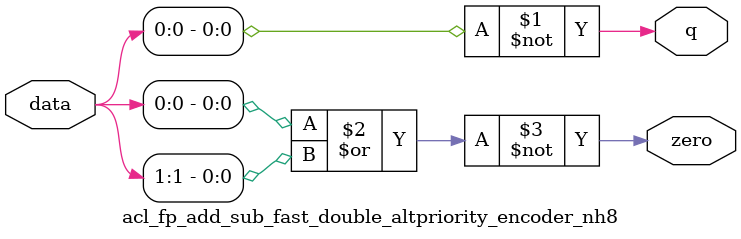
<source format=v>
module  acl_fp_add_sub_fast_double_altpriority_encoder_nh8
	( 
	data,
	q,
	zero) ;
	input   [1:0]  data;
	output   [0:0]  q;
	output   zero;
	assign
		q = {(~ data[0])},
		zero = (~ (data[0] | data[1]));
endmodule
</source>
